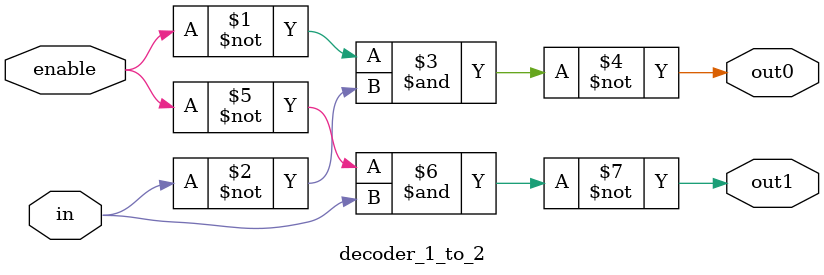
<source format=v>
module decoder_1_to_2 (input wire enable, in, output wire out0, out1);
    // gate-level implementation
    // wire in_not;
    // wire enable_not;

    // not(in_not, in);
    // not(enable_not, enable);

    // nand(out0, enable_not, in_not);
    // nand(out1, enable_not, in);

    // ------------------------------------------------

    // dataflow implementation
    assign out0 = ~(~enable & ~in);
    assign out1 = ~(~enable & in);

    // ------------------------------------------------

    // behavioral implementation --> for behavioral implementation, we need to change wire out0, out1 to reg out0, out1
    // always @ (enable or in) begin
    //     if (enable) begin 
    //         out0 = 1;
    //         out1 = 1;
    //     end else begin
    //         if (in) begin
    //             out0 = 1;
    //             out1 = 0;
    //         end else begin
    //             out0 = 0;
    //             out1 = 1;
    //         end
    //     end
    // end

endmodule
</source>
